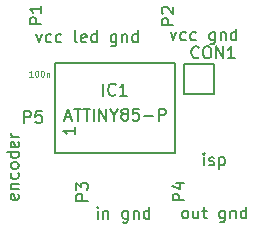
<source format=gto>
G04 #@! TF.FileFunction,Legend,Top*
%FSLAX46Y46*%
G04 Gerber Fmt 4.6, Leading zero omitted, Abs format (unit mm)*
G04 Created by KiCad (PCBNEW 4.0.1-stable) date Monday, June 13, 2016 'PMt' 11:56:34 PM*
%MOMM*%
G01*
G04 APERTURE LIST*
%ADD10C,0.100000*%
%ADD11C,0.150000*%
%ADD12C,0.109220*%
G04 APERTURE END LIST*
D10*
D11*
X156382720Y-91404440D02*
X156382720Y-88864440D01*
X156382720Y-88864440D02*
X153842720Y-88864440D01*
X153842720Y-88864440D02*
X153842720Y-91404440D01*
X153842720Y-91404440D02*
X156382720Y-91404440D01*
X142890240Y-88795860D02*
X153050240Y-88795860D01*
X153050240Y-88795860D02*
X153050240Y-96415860D01*
X153050240Y-96415860D02*
X142890240Y-96415860D01*
X142890240Y-96415860D02*
X142890240Y-88795860D01*
X155079535Y-88289403D02*
X155031916Y-88337022D01*
X154889059Y-88384641D01*
X154793821Y-88384641D01*
X154650963Y-88337022D01*
X154555725Y-88241784D01*
X154508106Y-88146546D01*
X154460487Y-87956070D01*
X154460487Y-87813212D01*
X154508106Y-87622736D01*
X154555725Y-87527498D01*
X154650963Y-87432260D01*
X154793821Y-87384641D01*
X154889059Y-87384641D01*
X155031916Y-87432260D01*
X155079535Y-87479879D01*
X155698582Y-87384641D02*
X155889059Y-87384641D01*
X155984297Y-87432260D01*
X156079535Y-87527498D01*
X156127154Y-87717974D01*
X156127154Y-88051308D01*
X156079535Y-88241784D01*
X155984297Y-88337022D01*
X155889059Y-88384641D01*
X155698582Y-88384641D01*
X155603344Y-88337022D01*
X155508106Y-88241784D01*
X155460487Y-88051308D01*
X155460487Y-87717974D01*
X155508106Y-87527498D01*
X155603344Y-87432260D01*
X155698582Y-87384641D01*
X156555725Y-88384641D02*
X156555725Y-87384641D01*
X157127154Y-88384641D01*
X157127154Y-87384641D01*
X158127154Y-88384641D02*
X157555725Y-88384641D01*
X157841439Y-88384641D02*
X157841439Y-87384641D01*
X157746201Y-87527498D01*
X157650963Y-87622736D01*
X157555725Y-87670355D01*
X155530657Y-97439741D02*
X155530657Y-96773074D01*
X155530657Y-96439741D02*
X155483038Y-96487360D01*
X155530657Y-96534979D01*
X155578276Y-96487360D01*
X155530657Y-96439741D01*
X155530657Y-96534979D01*
X155959228Y-97392122D02*
X156054466Y-97439741D01*
X156244942Y-97439741D01*
X156340181Y-97392122D01*
X156387800Y-97296884D01*
X156387800Y-97249265D01*
X156340181Y-97154027D01*
X156244942Y-97106408D01*
X156102085Y-97106408D01*
X156006847Y-97058789D01*
X155959228Y-96963550D01*
X155959228Y-96915931D01*
X156006847Y-96820693D01*
X156102085Y-96773074D01*
X156244942Y-96773074D01*
X156340181Y-96820693D01*
X156816371Y-96773074D02*
X156816371Y-97773074D01*
X156816371Y-96820693D02*
X156911609Y-96773074D01*
X157102086Y-96773074D01*
X157197324Y-96820693D01*
X157244943Y-96868312D01*
X157292562Y-96963550D01*
X157292562Y-97249265D01*
X157244943Y-97344503D01*
X157197324Y-97392122D01*
X157102086Y-97439741D01*
X156911609Y-97439741D01*
X156816371Y-97392122D01*
X146991510Y-91541861D02*
X146991510Y-90541861D01*
X148039129Y-91446623D02*
X147991510Y-91494242D01*
X147848653Y-91541861D01*
X147753415Y-91541861D01*
X147610557Y-91494242D01*
X147515319Y-91399004D01*
X147467700Y-91303766D01*
X147420081Y-91113290D01*
X147420081Y-90970432D01*
X147467700Y-90779956D01*
X147515319Y-90684718D01*
X147610557Y-90589480D01*
X147753415Y-90541861D01*
X147848653Y-90541861D01*
X147991510Y-90589480D01*
X148039129Y-90637099D01*
X148991510Y-91541861D02*
X148420081Y-91541861D01*
X148705795Y-91541861D02*
X148705795Y-90541861D01*
X148610557Y-90684718D01*
X148515319Y-90779956D01*
X148420081Y-90827575D01*
X143774375Y-93366887D02*
X144250566Y-93366887D01*
X143679137Y-93652601D02*
X144012470Y-92652601D01*
X144345804Y-93652601D01*
X144536280Y-92652601D02*
X145107709Y-92652601D01*
X144821994Y-93652601D02*
X144821994Y-92652601D01*
X145298185Y-92652601D02*
X145869614Y-92652601D01*
X145583899Y-93652601D02*
X145583899Y-92652601D01*
X146202947Y-93652601D02*
X146202947Y-92652601D01*
X146679137Y-93652601D02*
X146679137Y-92652601D01*
X147250566Y-93652601D01*
X147250566Y-92652601D01*
X147917232Y-93176410D02*
X147917232Y-93652601D01*
X147583899Y-92652601D02*
X147917232Y-93176410D01*
X148250566Y-92652601D01*
X148726756Y-93081172D02*
X148631518Y-93033553D01*
X148583899Y-92985934D01*
X148536280Y-92890696D01*
X148536280Y-92843077D01*
X148583899Y-92747839D01*
X148631518Y-92700220D01*
X148726756Y-92652601D01*
X148917233Y-92652601D01*
X149012471Y-92700220D01*
X149060090Y-92747839D01*
X149107709Y-92843077D01*
X149107709Y-92890696D01*
X149060090Y-92985934D01*
X149012471Y-93033553D01*
X148917233Y-93081172D01*
X148726756Y-93081172D01*
X148631518Y-93128791D01*
X148583899Y-93176410D01*
X148536280Y-93271649D01*
X148536280Y-93462125D01*
X148583899Y-93557363D01*
X148631518Y-93604982D01*
X148726756Y-93652601D01*
X148917233Y-93652601D01*
X149012471Y-93604982D01*
X149060090Y-93557363D01*
X149107709Y-93462125D01*
X149107709Y-93271649D01*
X149060090Y-93176410D01*
X149012471Y-93128791D01*
X148917233Y-93081172D01*
X150012471Y-92652601D02*
X149536280Y-92652601D01*
X149488661Y-93128791D01*
X149536280Y-93081172D01*
X149631518Y-93033553D01*
X149869614Y-93033553D01*
X149964852Y-93081172D01*
X150012471Y-93128791D01*
X150060090Y-93224030D01*
X150060090Y-93462125D01*
X150012471Y-93557363D01*
X149964852Y-93604982D01*
X149869614Y-93652601D01*
X149631518Y-93652601D01*
X149536280Y-93604982D01*
X149488661Y-93557363D01*
X150488661Y-93271649D02*
X151250566Y-93271649D01*
X151726756Y-93652601D02*
X151726756Y-92652601D01*
X152107709Y-92652601D01*
X152202947Y-92700220D01*
X152250566Y-92747839D01*
X152298185Y-92843077D01*
X152298185Y-92985934D01*
X152250566Y-93081172D01*
X152202947Y-93128791D01*
X152107709Y-93176410D01*
X151726756Y-93176410D01*
X144612621Y-94225145D02*
X144612621Y-94796574D01*
X144612621Y-94510860D02*
X143612621Y-94510860D01*
X143755478Y-94606098D01*
X143850716Y-94701336D01*
X143898335Y-94796574D01*
D12*
X141027272Y-89936622D02*
X140741340Y-89936622D01*
X140884306Y-89936622D02*
X140884306Y-89436242D01*
X140836651Y-89507725D01*
X140788996Y-89555380D01*
X140741340Y-89579208D01*
X141337031Y-89436242D02*
X141384686Y-89436242D01*
X141432341Y-89460070D01*
X141456169Y-89483898D01*
X141479996Y-89531553D01*
X141503824Y-89626863D01*
X141503824Y-89746001D01*
X141479996Y-89841312D01*
X141456169Y-89888967D01*
X141432341Y-89912795D01*
X141384686Y-89936622D01*
X141337031Y-89936622D01*
X141289375Y-89912795D01*
X141265548Y-89888967D01*
X141241720Y-89841312D01*
X141217892Y-89746001D01*
X141217892Y-89626863D01*
X141241720Y-89531553D01*
X141265548Y-89483898D01*
X141289375Y-89460070D01*
X141337031Y-89436242D01*
X141813583Y-89436242D02*
X141861238Y-89436242D01*
X141908893Y-89460070D01*
X141932721Y-89483898D01*
X141956548Y-89531553D01*
X141980376Y-89626863D01*
X141980376Y-89746001D01*
X141956548Y-89841312D01*
X141932721Y-89888967D01*
X141908893Y-89912795D01*
X141861238Y-89936622D01*
X141813583Y-89936622D01*
X141765927Y-89912795D01*
X141742100Y-89888967D01*
X141718272Y-89841312D01*
X141694444Y-89746001D01*
X141694444Y-89626863D01*
X141718272Y-89531553D01*
X141742100Y-89483898D01*
X141765927Y-89460070D01*
X141813583Y-89436242D01*
X142194824Y-89603036D02*
X142194824Y-89936622D01*
X142194824Y-89650691D02*
X142218652Y-89626863D01*
X142266307Y-89603036D01*
X142337790Y-89603036D01*
X142385445Y-89626863D01*
X142409273Y-89674519D01*
X142409273Y-89936622D01*
D11*
X141755121Y-85462335D02*
X140755121Y-85462335D01*
X140755121Y-85081382D01*
X140802740Y-84986144D01*
X140850359Y-84938525D01*
X140945597Y-84890906D01*
X141088454Y-84890906D01*
X141183692Y-84938525D01*
X141231311Y-84986144D01*
X141278930Y-85081382D01*
X141278930Y-85462335D01*
X141755121Y-83938525D02*
X141755121Y-84509954D01*
X141755121Y-84224240D02*
X140755121Y-84224240D01*
X140897978Y-84319478D01*
X140993216Y-84414716D01*
X141040835Y-84509954D01*
X141301696Y-86359074D02*
X141539791Y-87025741D01*
X141777887Y-86359074D01*
X142587411Y-86978122D02*
X142492173Y-87025741D01*
X142301696Y-87025741D01*
X142206458Y-86978122D01*
X142158839Y-86930503D01*
X142111220Y-86835265D01*
X142111220Y-86549550D01*
X142158839Y-86454312D01*
X142206458Y-86406693D01*
X142301696Y-86359074D01*
X142492173Y-86359074D01*
X142587411Y-86406693D01*
X143444554Y-86978122D02*
X143349316Y-87025741D01*
X143158839Y-87025741D01*
X143063601Y-86978122D01*
X143015982Y-86930503D01*
X142968363Y-86835265D01*
X142968363Y-86549550D01*
X143015982Y-86454312D01*
X143063601Y-86406693D01*
X143158839Y-86359074D01*
X143349316Y-86359074D01*
X143444554Y-86406693D01*
X144777887Y-87025741D02*
X144682649Y-86978122D01*
X144635030Y-86882884D01*
X144635030Y-86025741D01*
X145539793Y-86978122D02*
X145444555Y-87025741D01*
X145254078Y-87025741D01*
X145158840Y-86978122D01*
X145111221Y-86882884D01*
X145111221Y-86501931D01*
X145158840Y-86406693D01*
X145254078Y-86359074D01*
X145444555Y-86359074D01*
X145539793Y-86406693D01*
X145587412Y-86501931D01*
X145587412Y-86597170D01*
X145111221Y-86692408D01*
X146444555Y-87025741D02*
X146444555Y-86025741D01*
X146444555Y-86978122D02*
X146349317Y-87025741D01*
X146158840Y-87025741D01*
X146063602Y-86978122D01*
X146015983Y-86930503D01*
X145968364Y-86835265D01*
X145968364Y-86549550D01*
X146015983Y-86454312D01*
X146063602Y-86406693D01*
X146158840Y-86359074D01*
X146349317Y-86359074D01*
X146444555Y-86406693D01*
X148111222Y-86359074D02*
X148111222Y-87168598D01*
X148063603Y-87263836D01*
X148015984Y-87311455D01*
X147920745Y-87359074D01*
X147777888Y-87359074D01*
X147682650Y-87311455D01*
X148111222Y-86978122D02*
X148015984Y-87025741D01*
X147825507Y-87025741D01*
X147730269Y-86978122D01*
X147682650Y-86930503D01*
X147635031Y-86835265D01*
X147635031Y-86549550D01*
X147682650Y-86454312D01*
X147730269Y-86406693D01*
X147825507Y-86359074D01*
X148015984Y-86359074D01*
X148111222Y-86406693D01*
X148587412Y-86359074D02*
X148587412Y-87025741D01*
X148587412Y-86454312D02*
X148635031Y-86406693D01*
X148730269Y-86359074D01*
X148873127Y-86359074D01*
X148968365Y-86406693D01*
X149015984Y-86501931D01*
X149015984Y-87025741D01*
X149920746Y-87025741D02*
X149920746Y-86025741D01*
X149920746Y-86978122D02*
X149825508Y-87025741D01*
X149635031Y-87025741D01*
X149539793Y-86978122D01*
X149492174Y-86930503D01*
X149444555Y-86835265D01*
X149444555Y-86549550D01*
X149492174Y-86454312D01*
X149539793Y-86406693D01*
X149635031Y-86359074D01*
X149825508Y-86359074D01*
X149920746Y-86406693D01*
X152943821Y-85546155D02*
X151943821Y-85546155D01*
X151943821Y-85165202D01*
X151991440Y-85069964D01*
X152039059Y-85022345D01*
X152134297Y-84974726D01*
X152277154Y-84974726D01*
X152372392Y-85022345D01*
X152420011Y-85069964D01*
X152467630Y-85165202D01*
X152467630Y-85546155D01*
X152039059Y-84593774D02*
X151991440Y-84546155D01*
X151943821Y-84450917D01*
X151943821Y-84212821D01*
X151991440Y-84117583D01*
X152039059Y-84069964D01*
X152134297Y-84022345D01*
X152229535Y-84022345D01*
X152372392Y-84069964D01*
X152943821Y-84641393D01*
X152943821Y-84022345D01*
X152698486Y-86196514D02*
X152936581Y-86863181D01*
X153174677Y-86196514D01*
X153984201Y-86815562D02*
X153888963Y-86863181D01*
X153698486Y-86863181D01*
X153603248Y-86815562D01*
X153555629Y-86767943D01*
X153508010Y-86672705D01*
X153508010Y-86386990D01*
X153555629Y-86291752D01*
X153603248Y-86244133D01*
X153698486Y-86196514D01*
X153888963Y-86196514D01*
X153984201Y-86244133D01*
X154841344Y-86815562D02*
X154746106Y-86863181D01*
X154555629Y-86863181D01*
X154460391Y-86815562D01*
X154412772Y-86767943D01*
X154365153Y-86672705D01*
X154365153Y-86386990D01*
X154412772Y-86291752D01*
X154460391Y-86244133D01*
X154555629Y-86196514D01*
X154746106Y-86196514D01*
X154841344Y-86244133D01*
X156460392Y-86196514D02*
X156460392Y-87006038D01*
X156412773Y-87101276D01*
X156365154Y-87148895D01*
X156269915Y-87196514D01*
X156127058Y-87196514D01*
X156031820Y-87148895D01*
X156460392Y-86815562D02*
X156365154Y-86863181D01*
X156174677Y-86863181D01*
X156079439Y-86815562D01*
X156031820Y-86767943D01*
X155984201Y-86672705D01*
X155984201Y-86386990D01*
X156031820Y-86291752D01*
X156079439Y-86244133D01*
X156174677Y-86196514D01*
X156365154Y-86196514D01*
X156460392Y-86244133D01*
X156936582Y-86196514D02*
X156936582Y-86863181D01*
X156936582Y-86291752D02*
X156984201Y-86244133D01*
X157079439Y-86196514D01*
X157222297Y-86196514D01*
X157317535Y-86244133D01*
X157365154Y-86339371D01*
X157365154Y-86863181D01*
X158269916Y-86863181D02*
X158269916Y-85863181D01*
X158269916Y-86815562D02*
X158174678Y-86863181D01*
X157984201Y-86863181D01*
X157888963Y-86815562D01*
X157841344Y-86767943D01*
X157793725Y-86672705D01*
X157793725Y-86386990D01*
X157841344Y-86291752D01*
X157888963Y-86244133D01*
X157984201Y-86196514D01*
X158174678Y-86196514D01*
X158269916Y-86244133D01*
X145709901Y-100435635D02*
X144709901Y-100435635D01*
X144709901Y-100054682D01*
X144757520Y-99959444D01*
X144805139Y-99911825D01*
X144900377Y-99864206D01*
X145043234Y-99864206D01*
X145138472Y-99911825D01*
X145186091Y-99959444D01*
X145233710Y-100054682D01*
X145233710Y-100435635D01*
X144709901Y-99530873D02*
X144709901Y-98911825D01*
X145090853Y-99245159D01*
X145090853Y-99102301D01*
X145138472Y-99007063D01*
X145186091Y-98959444D01*
X145281330Y-98911825D01*
X145519425Y-98911825D01*
X145614663Y-98959444D01*
X145662282Y-99007063D01*
X145709901Y-99102301D01*
X145709901Y-99388016D01*
X145662282Y-99483254D01*
X145614663Y-99530873D01*
X146518904Y-101966021D02*
X146518904Y-101299354D01*
X146518904Y-100966021D02*
X146471285Y-101013640D01*
X146518904Y-101061259D01*
X146566523Y-101013640D01*
X146518904Y-100966021D01*
X146518904Y-101061259D01*
X146995094Y-101299354D02*
X146995094Y-101966021D01*
X146995094Y-101394592D02*
X147042713Y-101346973D01*
X147137951Y-101299354D01*
X147280809Y-101299354D01*
X147376047Y-101346973D01*
X147423666Y-101442211D01*
X147423666Y-101966021D01*
X149090333Y-101299354D02*
X149090333Y-102108878D01*
X149042714Y-102204116D01*
X148995095Y-102251735D01*
X148899856Y-102299354D01*
X148756999Y-102299354D01*
X148661761Y-102251735D01*
X149090333Y-101918402D02*
X148995095Y-101966021D01*
X148804618Y-101966021D01*
X148709380Y-101918402D01*
X148661761Y-101870783D01*
X148614142Y-101775545D01*
X148614142Y-101489830D01*
X148661761Y-101394592D01*
X148709380Y-101346973D01*
X148804618Y-101299354D01*
X148995095Y-101299354D01*
X149090333Y-101346973D01*
X149566523Y-101299354D02*
X149566523Y-101966021D01*
X149566523Y-101394592D02*
X149614142Y-101346973D01*
X149709380Y-101299354D01*
X149852238Y-101299354D01*
X149947476Y-101346973D01*
X149995095Y-101442211D01*
X149995095Y-101966021D01*
X150899857Y-101966021D02*
X150899857Y-100966021D01*
X150899857Y-101918402D02*
X150804619Y-101966021D01*
X150614142Y-101966021D01*
X150518904Y-101918402D01*
X150471285Y-101870783D01*
X150423666Y-101775545D01*
X150423666Y-101489830D01*
X150471285Y-101394592D01*
X150518904Y-101346973D01*
X150614142Y-101299354D01*
X150804619Y-101299354D01*
X150899857Y-101346973D01*
X153863301Y-100407695D02*
X152863301Y-100407695D01*
X152863301Y-100026742D01*
X152910920Y-99931504D01*
X152958539Y-99883885D01*
X153053777Y-99836266D01*
X153196634Y-99836266D01*
X153291872Y-99883885D01*
X153339491Y-99931504D01*
X153387110Y-100026742D01*
X153387110Y-100407695D01*
X153196634Y-98979123D02*
X153863301Y-98979123D01*
X152815682Y-99217219D02*
X153529968Y-99455314D01*
X153529968Y-98836266D01*
X153863040Y-101948241D02*
X153767802Y-101900622D01*
X153720183Y-101853003D01*
X153672564Y-101757765D01*
X153672564Y-101472050D01*
X153720183Y-101376812D01*
X153767802Y-101329193D01*
X153863040Y-101281574D01*
X154005898Y-101281574D01*
X154101136Y-101329193D01*
X154148755Y-101376812D01*
X154196374Y-101472050D01*
X154196374Y-101757765D01*
X154148755Y-101853003D01*
X154101136Y-101900622D01*
X154005898Y-101948241D01*
X153863040Y-101948241D01*
X155053517Y-101281574D02*
X155053517Y-101948241D01*
X154624945Y-101281574D02*
X154624945Y-101805384D01*
X154672564Y-101900622D01*
X154767802Y-101948241D01*
X154910660Y-101948241D01*
X155005898Y-101900622D01*
X155053517Y-101853003D01*
X155386850Y-101281574D02*
X155767802Y-101281574D01*
X155529707Y-100948241D02*
X155529707Y-101805384D01*
X155577326Y-101900622D01*
X155672564Y-101948241D01*
X155767802Y-101948241D01*
X157291613Y-101281574D02*
X157291613Y-102091098D01*
X157243994Y-102186336D01*
X157196375Y-102233955D01*
X157101136Y-102281574D01*
X156958279Y-102281574D01*
X156863041Y-102233955D01*
X157291613Y-101900622D02*
X157196375Y-101948241D01*
X157005898Y-101948241D01*
X156910660Y-101900622D01*
X156863041Y-101853003D01*
X156815422Y-101757765D01*
X156815422Y-101472050D01*
X156863041Y-101376812D01*
X156910660Y-101329193D01*
X157005898Y-101281574D01*
X157196375Y-101281574D01*
X157291613Y-101329193D01*
X157767803Y-101281574D02*
X157767803Y-101948241D01*
X157767803Y-101376812D02*
X157815422Y-101329193D01*
X157910660Y-101281574D01*
X158053518Y-101281574D01*
X158148756Y-101329193D01*
X158196375Y-101424431D01*
X158196375Y-101948241D01*
X159101137Y-101948241D02*
X159101137Y-100948241D01*
X159101137Y-101900622D02*
X159005899Y-101948241D01*
X158815422Y-101948241D01*
X158720184Y-101900622D01*
X158672565Y-101853003D01*
X158624946Y-101757765D01*
X158624946Y-101472050D01*
X158672565Y-101376812D01*
X158720184Y-101329193D01*
X158815422Y-101281574D01*
X159005899Y-101281574D01*
X159101137Y-101329193D01*
X140308105Y-93843101D02*
X140308105Y-92843101D01*
X140689058Y-92843101D01*
X140784296Y-92890720D01*
X140831915Y-92938339D01*
X140879534Y-93033577D01*
X140879534Y-93176434D01*
X140831915Y-93271672D01*
X140784296Y-93319291D01*
X140689058Y-93366910D01*
X140308105Y-93366910D01*
X141784296Y-92843101D02*
X141308105Y-92843101D01*
X141260486Y-93319291D01*
X141308105Y-93271672D01*
X141403343Y-93224053D01*
X141641439Y-93224053D01*
X141736677Y-93271672D01*
X141784296Y-93319291D01*
X141831915Y-93414530D01*
X141831915Y-93652625D01*
X141784296Y-93747863D01*
X141736677Y-93795482D01*
X141641439Y-93843101D01*
X141403343Y-93843101D01*
X141308105Y-93795482D01*
X141260486Y-93747863D01*
X139794882Y-99915053D02*
X139842501Y-100010291D01*
X139842501Y-100200768D01*
X139794882Y-100296006D01*
X139699644Y-100343625D01*
X139318691Y-100343625D01*
X139223453Y-100296006D01*
X139175834Y-100200768D01*
X139175834Y-100010291D01*
X139223453Y-99915053D01*
X139318691Y-99867434D01*
X139413930Y-99867434D01*
X139509168Y-100343625D01*
X139175834Y-99438863D02*
X139842501Y-99438863D01*
X139271072Y-99438863D02*
X139223453Y-99391244D01*
X139175834Y-99296006D01*
X139175834Y-99153148D01*
X139223453Y-99057910D01*
X139318691Y-99010291D01*
X139842501Y-99010291D01*
X139794882Y-98105529D02*
X139842501Y-98200767D01*
X139842501Y-98391244D01*
X139794882Y-98486482D01*
X139747263Y-98534101D01*
X139652025Y-98581720D01*
X139366310Y-98581720D01*
X139271072Y-98534101D01*
X139223453Y-98486482D01*
X139175834Y-98391244D01*
X139175834Y-98200767D01*
X139223453Y-98105529D01*
X139842501Y-97534101D02*
X139794882Y-97629339D01*
X139747263Y-97676958D01*
X139652025Y-97724577D01*
X139366310Y-97724577D01*
X139271072Y-97676958D01*
X139223453Y-97629339D01*
X139175834Y-97534101D01*
X139175834Y-97391243D01*
X139223453Y-97296005D01*
X139271072Y-97248386D01*
X139366310Y-97200767D01*
X139652025Y-97200767D01*
X139747263Y-97248386D01*
X139794882Y-97296005D01*
X139842501Y-97391243D01*
X139842501Y-97534101D01*
X139842501Y-96343624D02*
X138842501Y-96343624D01*
X139794882Y-96343624D02*
X139842501Y-96438862D01*
X139842501Y-96629339D01*
X139794882Y-96724577D01*
X139747263Y-96772196D01*
X139652025Y-96819815D01*
X139366310Y-96819815D01*
X139271072Y-96772196D01*
X139223453Y-96724577D01*
X139175834Y-96629339D01*
X139175834Y-96438862D01*
X139223453Y-96343624D01*
X139794882Y-95486481D02*
X139842501Y-95581719D01*
X139842501Y-95772196D01*
X139794882Y-95867434D01*
X139699644Y-95915053D01*
X139318691Y-95915053D01*
X139223453Y-95867434D01*
X139175834Y-95772196D01*
X139175834Y-95581719D01*
X139223453Y-95486481D01*
X139318691Y-95438862D01*
X139413930Y-95438862D01*
X139509168Y-95915053D01*
X139842501Y-95010291D02*
X139175834Y-95010291D01*
X139366310Y-95010291D02*
X139271072Y-94962672D01*
X139223453Y-94915053D01*
X139175834Y-94819815D01*
X139175834Y-94724576D01*
M02*

</source>
